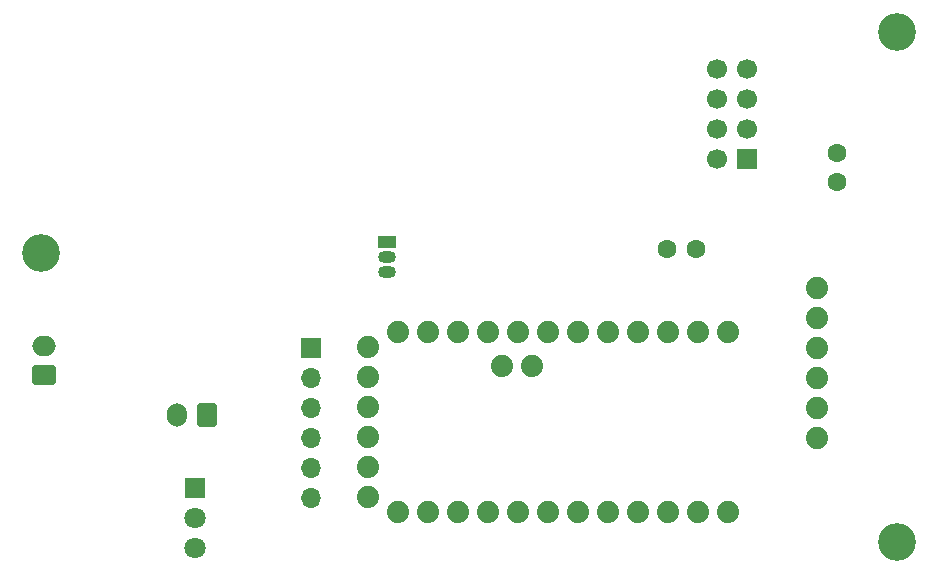
<source format=gbs>
G04 #@! TF.GenerationSoftware,KiCad,Pcbnew,(6.0.8-1)-1*
G04 #@! TF.CreationDate,2023-01-08T15:15:57+01:00*
G04 #@! TF.ProjectId,Xarxa_RF,58617278-615f-4524-962e-6b696361645f,rev?*
G04 #@! TF.SameCoordinates,Original*
G04 #@! TF.FileFunction,Soldermask,Bot*
G04 #@! TF.FilePolarity,Negative*
%FSLAX46Y46*%
G04 Gerber Fmt 4.6, Leading zero omitted, Abs format (unit mm)*
G04 Created by KiCad (PCBNEW (6.0.8-1)-1) date 2023-01-08 15:15:57*
%MOMM*%
%LPD*%
G01*
G04 APERTURE LIST*
G04 Aperture macros list*
%AMRoundRect*
0 Rectangle with rounded corners*
0 $1 Rounding radius*
0 $2 $3 $4 $5 $6 $7 $8 $9 X,Y pos of 4 corners*
0 Add a 4 corners polygon primitive as box body*
4,1,4,$2,$3,$4,$5,$6,$7,$8,$9,$2,$3,0*
0 Add four circle primitives for the rounded corners*
1,1,$1+$1,$2,$3*
1,1,$1+$1,$4,$5*
1,1,$1+$1,$6,$7*
1,1,$1+$1,$8,$9*
0 Add four rect primitives between the rounded corners*
20,1,$1+$1,$2,$3,$4,$5,0*
20,1,$1+$1,$4,$5,$6,$7,0*
20,1,$1+$1,$6,$7,$8,$9,0*
20,1,$1+$1,$8,$9,$2,$3,0*%
G04 Aperture macros list end*
%ADD10C,3.200000*%
%ADD11C,1.879600*%
%ADD12C,1.880000*%
%ADD13RoundRect,0.250000X0.750000X-0.600000X0.750000X0.600000X-0.750000X0.600000X-0.750000X-0.600000X0*%
%ADD14O,2.000000X1.700000*%
%ADD15R,1.500000X1.050000*%
%ADD16O,1.500000X1.050000*%
%ADD17RoundRect,0.250000X0.600000X0.750000X-0.600000X0.750000X-0.600000X-0.750000X0.600000X-0.750000X0*%
%ADD18O,1.700000X2.000000*%
%ADD19R,1.700000X1.700000*%
%ADD20O,1.700000X1.700000*%
%ADD21C,1.600000*%
%ADD22R,1.800000X1.800000*%
%ADD23C,1.800000*%
%ADD24C,1.700000*%
G04 APERTURE END LIST*
D10*
X163780082Y-59299944D03*
X236220000Y-83820000D03*
X236220000Y-40640000D03*
D11*
X191478383Y-79949254D03*
X191478383Y-77409254D03*
X191478383Y-74869254D03*
X201638383Y-65979254D03*
X191478383Y-69789254D03*
X191478383Y-67249254D03*
X205321383Y-68900254D03*
X202781383Y-68900254D03*
X194018383Y-65979254D03*
X196558383Y-65979254D03*
X199098383Y-65979254D03*
X191478383Y-72329254D03*
X204178383Y-65979254D03*
X206718383Y-65979254D03*
X209258383Y-65979254D03*
X211798383Y-65979254D03*
X214338383Y-65979254D03*
X216878383Y-65979254D03*
X219418383Y-65979254D03*
X221958383Y-65979254D03*
X221958383Y-81219254D03*
X219418383Y-81219254D03*
X216878383Y-81219254D03*
X214338383Y-81219254D03*
X211798383Y-81219254D03*
X209258383Y-81219254D03*
X206718383Y-81219254D03*
X204178383Y-81219254D03*
X201638383Y-81219254D03*
X199098383Y-81219254D03*
X196558383Y-81219254D03*
X194018383Y-81219254D03*
D12*
X229473563Y-62284871D03*
X229473563Y-64824871D03*
X229473563Y-67364871D03*
X229473563Y-69904871D03*
X229473563Y-72444871D03*
X229473563Y-74984871D03*
D13*
X164017585Y-69665143D03*
D14*
X164017585Y-67165143D03*
D15*
X193040000Y-58420000D03*
D16*
X193040000Y-59690000D03*
X193040000Y-60960000D03*
D17*
X177800000Y-72998615D03*
D18*
X175300000Y-72998615D03*
D19*
X186604613Y-67322340D03*
D20*
X186604613Y-69862340D03*
X186604613Y-72402340D03*
X186604613Y-74942340D03*
X186604613Y-77482340D03*
X186604613Y-80022340D03*
D21*
X216740956Y-58973650D03*
X219240956Y-58973650D03*
X231140000Y-53340000D03*
X231140000Y-50840000D03*
D22*
X176759537Y-79218612D03*
D23*
X176759537Y-84298612D03*
X176759537Y-81758612D03*
D19*
X223520000Y-51345000D03*
D24*
X220980000Y-51345000D03*
X223520000Y-48805000D03*
X220980000Y-48805000D03*
X223520000Y-46265000D03*
X220980000Y-46265000D03*
X223520000Y-43725000D03*
X220980000Y-43725000D03*
M02*

</source>
